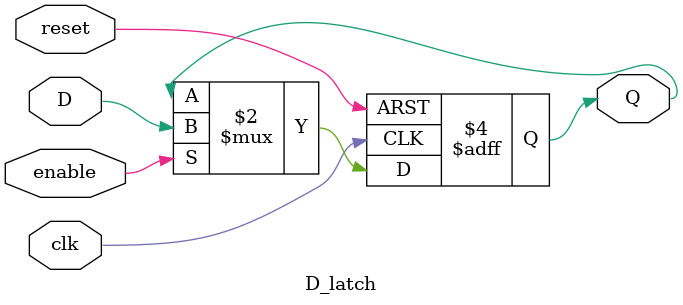
<source format=sv>
module D_latch (
  input D,
  input clk,
  input reset,
  input enable,
  output reg Q
);

  always @(posedge clk or posedge reset) begin
    if (reset) begin
      Q <= 1'b0;
    end else if (enable) begin
      Q <= D;
    end
  end

endmodule


</source>
